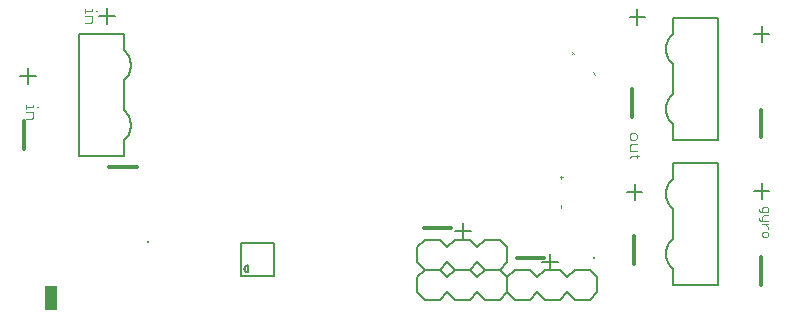
<source format=gto>
G75*
G70*
%OFA0B0*%
%FSLAX24Y24*%
%IPPOS*%
%LPD*%
%AMOC8*
5,1,8,0,0,1.08239X$1,22.5*
%
%ADD10C,0.0120*%
%ADD11C,0.0070*%
%ADD12C,0.0040*%
%ADD13C,0.0030*%
%ADD14C,0.0080*%
%ADD15R,0.0394X0.0787*%
%ADD16R,0.0079X0.0079*%
%ADD17C,0.0010*%
D10*
X006231Y009661D02*
X007151Y009661D01*
X003385Y010277D02*
X003385Y011197D01*
X016713Y007642D02*
X017634Y007642D01*
X019813Y006658D02*
X020734Y006658D01*
X023723Y006440D02*
X023723Y007361D01*
X027955Y006672D02*
X027955Y005751D01*
X027955Y010672D02*
X027955Y011593D01*
X023661Y011359D02*
X023661Y012280D01*
D11*
X023839Y014424D02*
X023839Y014951D01*
X023576Y014688D02*
X024103Y014688D01*
X027710Y014097D02*
X028237Y014097D01*
X027973Y014361D02*
X027973Y013833D01*
X027973Y009144D02*
X027973Y008617D01*
X027710Y008880D02*
X028237Y008880D01*
X024004Y008831D02*
X023477Y008831D01*
X023741Y008568D02*
X023741Y009095D01*
X020936Y006782D02*
X020936Y006255D01*
X021199Y006518D02*
X020672Y006518D01*
X018296Y007552D02*
X017769Y007552D01*
X018032Y007815D02*
X018032Y007288D01*
X006408Y014702D02*
X005881Y014702D01*
X006145Y014965D02*
X006145Y014438D01*
X003778Y012719D02*
X003251Y012719D01*
X003514Y012983D02*
X003514Y012455D01*
D12*
X003454Y011741D02*
X003454Y011623D01*
X003454Y011682D02*
X003690Y011682D01*
X003690Y011741D01*
X003808Y011682D02*
X003867Y011682D01*
X003690Y011499D02*
X003690Y011322D01*
X003631Y011263D01*
X003454Y011263D01*
X003454Y011499D02*
X003690Y011499D01*
X005423Y014462D02*
X005600Y014462D01*
X005659Y014521D01*
X005659Y014698D01*
X005423Y014698D01*
X005423Y014822D02*
X005423Y014940D01*
X005423Y014881D02*
X005659Y014881D01*
X005659Y014940D01*
X005777Y014881D02*
X005836Y014881D01*
X023578Y010756D02*
X023578Y010638D01*
X023637Y010579D01*
X023755Y010579D01*
X023814Y010638D01*
X023814Y010756D01*
X023755Y010815D01*
X023637Y010815D01*
X023578Y010756D01*
X023637Y010453D02*
X023578Y010394D01*
X023578Y010217D01*
X023814Y010217D01*
X023814Y010090D02*
X023814Y009972D01*
X023873Y010031D02*
X023637Y010031D01*
X023578Y009972D01*
X023637Y010453D02*
X023814Y010453D01*
D13*
X027905Y008263D02*
X027905Y008214D01*
X027953Y008166D01*
X028195Y008166D01*
X028195Y008311D01*
X028147Y008359D01*
X028050Y008359D01*
X028002Y008311D01*
X028002Y008166D01*
X028050Y008065D02*
X028002Y008016D01*
X028002Y007871D01*
X027953Y007871D02*
X027905Y007920D01*
X027905Y007968D01*
X027953Y007871D02*
X028195Y007871D01*
X028195Y007770D02*
X028002Y007770D01*
X028099Y007770D02*
X028195Y007673D01*
X028195Y007625D01*
X028147Y007525D02*
X028050Y007525D01*
X028002Y007476D01*
X028002Y007380D01*
X028050Y007331D01*
X028147Y007331D01*
X028195Y007380D01*
X028195Y007476D01*
X028147Y007525D01*
X028195Y008065D02*
X028050Y008065D01*
D14*
X026519Y009813D02*
X026519Y005753D01*
X025019Y005753D01*
X025019Y005783D02*
X025019Y006283D01*
X025018Y006283D02*
X024982Y006316D01*
X024947Y006352D01*
X024916Y006390D01*
X024888Y006431D01*
X024863Y006474D01*
X024841Y006518D01*
X024823Y006564D01*
X024808Y006612D01*
X024797Y006660D01*
X024789Y006709D01*
X024785Y006758D01*
X024785Y006808D01*
X024789Y006857D01*
X024797Y006906D01*
X024808Y006954D01*
X024823Y007002D01*
X024841Y007048D01*
X024863Y007092D01*
X024888Y007135D01*
X024916Y007176D01*
X024947Y007214D01*
X024982Y007250D01*
X025018Y007283D01*
X025019Y007283D02*
X025019Y008283D01*
X025018Y008283D02*
X024982Y008316D01*
X024947Y008352D01*
X024916Y008390D01*
X024888Y008431D01*
X024863Y008474D01*
X024841Y008518D01*
X024823Y008564D01*
X024808Y008612D01*
X024797Y008660D01*
X024789Y008709D01*
X024785Y008758D01*
X024785Y008808D01*
X024789Y008857D01*
X024797Y008906D01*
X024808Y008954D01*
X024823Y009002D01*
X024841Y009048D01*
X024863Y009092D01*
X024888Y009135D01*
X024916Y009176D01*
X024947Y009214D01*
X024982Y009250D01*
X025018Y009283D01*
X025019Y009283D02*
X025019Y009783D01*
X025019Y009813D02*
X026519Y009813D01*
X026519Y010576D02*
X026519Y014636D01*
X025019Y014636D01*
X025019Y014606D02*
X025019Y014106D01*
X025018Y014106D02*
X024982Y014073D01*
X024947Y014037D01*
X024916Y013999D01*
X024888Y013958D01*
X024863Y013915D01*
X024841Y013871D01*
X024823Y013825D01*
X024808Y013777D01*
X024797Y013729D01*
X024789Y013680D01*
X024785Y013631D01*
X024785Y013581D01*
X024789Y013532D01*
X024797Y013483D01*
X024808Y013435D01*
X024823Y013387D01*
X024841Y013341D01*
X024863Y013297D01*
X024888Y013254D01*
X024916Y013213D01*
X024947Y013175D01*
X024982Y013139D01*
X025018Y013106D01*
X025019Y013106D02*
X025019Y012106D01*
X025018Y012106D02*
X024982Y012073D01*
X024947Y012037D01*
X024916Y011999D01*
X024888Y011958D01*
X024863Y011915D01*
X024841Y011871D01*
X024823Y011825D01*
X024808Y011777D01*
X024797Y011729D01*
X024789Y011680D01*
X024785Y011631D01*
X024785Y011581D01*
X024789Y011532D01*
X024797Y011483D01*
X024808Y011435D01*
X024823Y011387D01*
X024841Y011341D01*
X024863Y011297D01*
X024888Y011254D01*
X024916Y011213D01*
X024947Y011175D01*
X024982Y011139D01*
X025018Y011106D01*
X025019Y011106D02*
X025019Y010606D01*
X025019Y010576D02*
X026519Y010576D01*
X022245Y006251D02*
X021745Y006251D01*
X021495Y006001D01*
X021245Y006251D01*
X020745Y006251D01*
X020495Y006001D01*
X020245Y006251D01*
X019745Y006251D01*
X019495Y006001D01*
X019495Y005501D01*
X019245Y005251D01*
X018745Y005251D01*
X018495Y005501D01*
X018245Y005251D01*
X017745Y005251D01*
X017495Y005501D01*
X017245Y005251D01*
X016745Y005251D01*
X016495Y005501D01*
X016495Y006001D01*
X016745Y006251D01*
X017245Y006251D01*
X017495Y006501D01*
X017745Y006251D01*
X018245Y006251D01*
X018495Y006501D01*
X018745Y006251D01*
X019245Y006251D01*
X019495Y006501D01*
X019495Y007001D01*
X019245Y007251D01*
X018745Y007251D01*
X018495Y007001D01*
X018245Y007251D01*
X017745Y007251D01*
X017495Y007001D01*
X017245Y007251D01*
X016745Y007251D01*
X016495Y007001D01*
X016495Y006501D01*
X016745Y006251D01*
X017245Y006251D01*
X017495Y006001D01*
X017745Y006251D01*
X018245Y006251D01*
X018495Y006001D01*
X018745Y006251D01*
X019245Y006251D01*
X019495Y006001D01*
X019495Y005501D01*
X019745Y005251D01*
X020245Y005251D01*
X020495Y005501D01*
X020745Y005251D01*
X021245Y005251D01*
X021495Y005501D01*
X021745Y005251D01*
X022245Y005251D01*
X022495Y005501D01*
X022495Y006001D01*
X022245Y006251D01*
X011719Y006051D02*
X010617Y006051D01*
X010617Y007153D01*
X011719Y007153D01*
X011719Y006051D01*
X010853Y006169D02*
X010853Y006405D01*
X010833Y006403D01*
X010813Y006398D01*
X010794Y006389D01*
X010777Y006377D01*
X010763Y006363D01*
X010751Y006346D01*
X010742Y006327D01*
X010737Y006307D01*
X010735Y006287D01*
X010737Y006267D01*
X010742Y006247D01*
X010751Y006228D01*
X010763Y006211D01*
X010777Y006197D01*
X010794Y006185D01*
X010813Y006176D01*
X010833Y006171D01*
X010853Y006169D01*
X006717Y010035D02*
X005217Y010035D01*
X005217Y014095D01*
X006717Y014095D01*
X006717Y014065D02*
X006717Y013565D01*
X006718Y013565D02*
X006754Y013532D01*
X006789Y013496D01*
X006820Y013458D01*
X006848Y013417D01*
X006873Y013374D01*
X006895Y013330D01*
X006913Y013284D01*
X006928Y013236D01*
X006939Y013188D01*
X006947Y013139D01*
X006951Y013090D01*
X006951Y013040D01*
X006947Y012991D01*
X006939Y012942D01*
X006928Y012894D01*
X006913Y012846D01*
X006895Y012800D01*
X006873Y012756D01*
X006848Y012713D01*
X006820Y012672D01*
X006789Y012634D01*
X006754Y012598D01*
X006718Y012565D01*
X006717Y012565D02*
X006717Y011565D01*
X006718Y011565D02*
X006754Y011532D01*
X006789Y011496D01*
X006820Y011458D01*
X006848Y011417D01*
X006873Y011374D01*
X006895Y011330D01*
X006913Y011284D01*
X006928Y011236D01*
X006939Y011188D01*
X006947Y011139D01*
X006951Y011090D01*
X006951Y011040D01*
X006947Y010991D01*
X006939Y010942D01*
X006928Y010894D01*
X006913Y010846D01*
X006895Y010800D01*
X006873Y010756D01*
X006848Y010713D01*
X006820Y010672D01*
X006789Y010634D01*
X006754Y010598D01*
X006718Y010565D01*
X006717Y010565D02*
X006717Y010065D01*
D15*
X004288Y005323D03*
D16*
X007536Y007193D03*
X022399Y006651D03*
D17*
X021297Y008300D02*
X021297Y008400D01*
X021297Y009285D02*
X021297Y009385D01*
X021247Y009335D02*
X021347Y009335D01*
X022424Y012759D02*
X022353Y012830D01*
X021728Y013455D02*
X021657Y013526D01*
X021728Y013526D02*
X021657Y013455D01*
M02*

</source>
